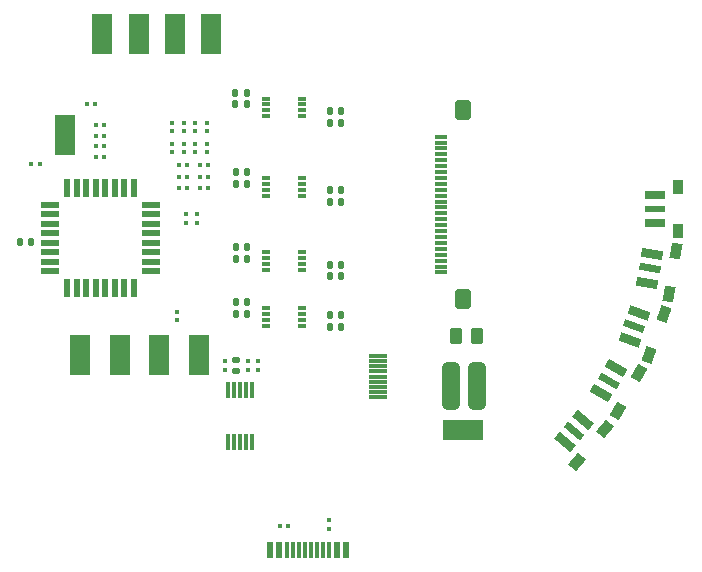
<source format=gtp>
%TF.GenerationSoftware,KiCad,Pcbnew,8.0.9-8.0.9-0~ubuntu20.04.1*%
%TF.CreationDate,2025-05-20T18:40:30+02:00*%
%TF.ProjectId,tobo,746f626f-2e6b-4696-9361-645f70636258,rev?*%
%TF.SameCoordinates,Original*%
%TF.FileFunction,Paste,Top*%
%TF.FilePolarity,Positive*%
%FSLAX46Y46*%
G04 Gerber Fmt 4.6, Leading zero omitted, Abs format (unit mm)*
G04 Created by KiCad (PCBNEW 8.0.9-8.0.9-0~ubuntu20.04.1) date 2025-05-20 18:40:30*
%MOMM*%
%LPD*%
G01*
G04 APERTURE LIST*
G04 Aperture macros list*
%AMRoundRect*
0 Rectangle with rounded corners*
0 $1 Rounding radius*
0 $2 $3 $4 $5 $6 $7 $8 $9 X,Y pos of 4 corners*
0 Add a 4 corners polygon primitive as box body*
4,1,4,$2,$3,$4,$5,$6,$7,$8,$9,$2,$3,0*
0 Add four circle primitives for the rounded corners*
1,1,$1+$1,$2,$3*
1,1,$1+$1,$4,$5*
1,1,$1+$1,$6,$7*
1,1,$1+$1,$8,$9*
0 Add four rect primitives between the rounded corners*
20,1,$1+$1,$2,$3,$4,$5,0*
20,1,$1+$1,$4,$5,$6,$7,0*
20,1,$1+$1,$6,$7,$8,$9,0*
20,1,$1+$1,$8,$9,$2,$3,0*%
%AMRotRect*
0 Rectangle, with rotation*
0 The origin of the aperture is its center*
0 $1 length*
0 $2 width*
0 $3 Rotation angle, in degrees counterclockwise*
0 Add horizontal line*
21,1,$1,$2,0,0,$3*%
G04 Aperture macros list end*
%ADD10RotRect,0.750000X1.800000X70.000000*%
%ADD11RotRect,0.600000X1.800000X70.000000*%
%ADD12RotRect,0.900000X1.300000X160.000000*%
%ADD13RoundRect,0.140000X0.140000X0.170000X-0.140000X0.170000X-0.140000X-0.170000X0.140000X-0.170000X0*%
%ADD14R,1.600000X0.550000*%
%ADD15R,0.550000X1.600000*%
%ADD16R,1.780000X3.430000*%
%ADD17RoundRect,0.079500X0.079500X0.100500X-0.079500X0.100500X-0.079500X-0.100500X0.079500X-0.100500X0*%
%ADD18RoundRect,0.079500X-0.079500X-0.100500X0.079500X-0.100500X0.079500X0.100500X-0.079500X0.100500X0*%
%ADD19RoundRect,0.140000X-0.140000X-0.170000X0.140000X-0.170000X0.140000X0.170000X-0.140000X0.170000X0*%
%ADD20RoundRect,0.079500X0.100500X-0.079500X0.100500X0.079500X-0.100500X0.079500X-0.100500X-0.079500X0*%
%ADD21RotRect,0.750000X1.800000X50.000000*%
%ADD22RotRect,0.600000X1.800000X50.000000*%
%ADD23RotRect,0.900000X1.300000X140.000000*%
%ADD24RoundRect,0.079500X-0.100500X0.079500X-0.100500X-0.079500X0.100500X-0.079500X0.100500X0.079500X0*%
%ADD25R,1.800000X0.750000*%
%ADD26R,1.800000X0.600000*%
%ADD27R,0.900000X1.300000*%
%ADD28R,0.600000X1.450000*%
%ADD29R,0.300000X1.450000*%
%ADD30R,0.300000X1.400000*%
%ADD31RoundRect,0.010000X-0.740000X0.090000X-0.740000X-0.090000X0.740000X-0.090000X0.740000X0.090000X0*%
%ADD32R,0.800000X0.300000*%
%ADD33RotRect,0.750000X1.800000X80.000000*%
%ADD34RotRect,0.600000X1.800000X80.000000*%
%ADD35RotRect,0.900000X1.300000X170.000000*%
%ADD36RoundRect,0.375000X0.375000X-1.625000X0.375000X1.625000X-0.375000X1.625000X-0.375000X-1.625000X0*%
%ADD37RoundRect,0.140000X0.170000X-0.140000X0.170000X0.140000X-0.170000X0.140000X-0.170000X-0.140000X0*%
%ADD38R,3.430000X1.780000*%
%ADD39RoundRect,0.250000X-0.262500X-0.450000X0.262500X-0.450000X0.262500X0.450000X-0.262500X0.450000X0*%
%ADD40RoundRect,0.030000X0.470000X-0.120000X0.470000X0.120000X-0.470000X0.120000X-0.470000X-0.120000X0*%
%ADD41RoundRect,0.130000X0.520000X-0.695000X0.520000X0.695000X-0.520000X0.695000X-0.520000X-0.695000X0*%
%ADD42RotRect,0.750000X1.800000X60.000000*%
%ADD43RotRect,0.600000X1.800000X60.000000*%
%ADD44RotRect,0.900000X1.300000X150.000000*%
G04 APERTURE END LIST*
D10*
%TO.C,S3*%
X168029311Y-98873505D03*
D11*
X167610337Y-100024629D03*
D10*
X167191362Y-101175752D03*
D12*
X168810000Y-102430000D03*
X170075474Y-98953137D03*
%TD*%
D13*
%TO.C,C1*%
X134792500Y-80250000D03*
X133832500Y-80250000D03*
%TD*%
D14*
%TO.C,U2*%
X118150000Y-89750000D03*
X118150000Y-90550000D03*
X118150000Y-91350000D03*
X118150000Y-92150000D03*
X118150000Y-92950000D03*
X118150000Y-93750000D03*
X118150000Y-94550000D03*
X118150000Y-95350000D03*
D15*
X119600000Y-96800000D03*
X120400000Y-96800000D03*
X121200000Y-96800000D03*
X122000000Y-96800000D03*
X122800000Y-96800000D03*
X123600000Y-96800000D03*
X124400000Y-96800000D03*
X125200000Y-96800000D03*
D14*
X126650000Y-95350000D03*
X126650000Y-94550000D03*
X126650000Y-93750000D03*
X126650000Y-92950000D03*
X126650000Y-92150000D03*
X126650000Y-91350000D03*
X126650000Y-90550000D03*
X126650000Y-89750000D03*
D15*
X125200000Y-88300000D03*
X124400000Y-88300000D03*
X123600000Y-88300000D03*
X122800000Y-88300000D03*
X122000000Y-88300000D03*
X121200000Y-88300000D03*
X120400000Y-88300000D03*
X119600000Y-88300000D03*
%TD*%
D16*
%TO.C,U9*%
X127366667Y-102500000D03*
%TD*%
D17*
%TO.C,R17*%
X138295000Y-116950000D03*
X137605000Y-116950000D03*
%TD*%
D18*
%TO.C,R9*%
X130799996Y-88349999D03*
X131489996Y-88349999D03*
%TD*%
D16*
%TO.C,U16*%
X131760000Y-75290000D03*
%TD*%
D13*
%TO.C,C15*%
X142760000Y-95800000D03*
X141800000Y-95800000D03*
%TD*%
D19*
%TO.C,C14*%
X141805000Y-99070000D03*
X142765000Y-99070000D03*
%TD*%
D13*
%TO.C,C6*%
X134797500Y-87000000D03*
X133837500Y-87000000D03*
%TD*%
D20*
%TO.C,D4*%
X130430000Y-83480000D03*
X130430000Y-82790000D03*
%TD*%
%TO.C,C22*%
X135700000Y-103700000D03*
X135700000Y-103010000D03*
%TD*%
D21*
%TO.C,S5*%
X163262785Y-107930978D03*
D22*
X162475371Y-108869382D03*
D21*
X161687956Y-109807787D03*
D23*
X162780000Y-111540000D03*
X165158314Y-108705636D03*
%TD*%
D18*
%TO.C,R4*%
X122010000Y-83900000D03*
X122700000Y-83900000D03*
%TD*%
D16*
%TO.C,U10*%
X130700000Y-102500000D03*
%TD*%
D18*
%TO.C,R10*%
X130799996Y-87369999D03*
X131489996Y-87369999D03*
%TD*%
D20*
%TO.C,R1*%
X129655000Y-91245000D03*
X129655000Y-90555000D03*
%TD*%
D18*
%TO.C,R5*%
X122010000Y-84800000D03*
X122700000Y-84800000D03*
%TD*%
D19*
%TO.C,C4*%
X141795000Y-81770000D03*
X142755000Y-81770000D03*
%TD*%
D24*
%TO.C,C19*%
X132920000Y-103010000D03*
X132920000Y-103700000D03*
%TD*%
D25*
%TO.C,S1*%
X169370000Y-88875000D03*
D26*
X169370000Y-90100000D03*
D25*
X169370000Y-91325000D03*
D27*
X171320000Y-91950000D03*
X171320000Y-88250000D03*
%TD*%
D18*
%TO.C,R13*%
X130799996Y-86389999D03*
X131489996Y-86389999D03*
%TD*%
D24*
%TO.C,R15*%
X131430000Y-84560000D03*
X131430000Y-85250000D03*
%TD*%
D16*
%TO.C,U7*%
X125633333Y-75290000D03*
%TD*%
D28*
%TO.C,J8*%
X136730000Y-118955000D03*
X137530000Y-118955000D03*
D29*
X138730000Y-118955000D03*
X139730000Y-118955000D03*
X140230000Y-118955000D03*
X141230000Y-118955000D03*
D28*
X142430000Y-118955000D03*
X143230000Y-118955000D03*
X143230000Y-118955000D03*
X142430000Y-118955000D03*
D29*
X141730000Y-118955000D03*
X140730000Y-118955000D03*
X139230000Y-118955000D03*
X138230000Y-118955000D03*
D28*
X137530000Y-118955000D03*
X136730000Y-118955000D03*
%TD*%
D24*
%TO.C,R11*%
X128430000Y-84560000D03*
X128430000Y-85250000D03*
%TD*%
%TO.C,R14*%
X129430000Y-84560000D03*
X129430000Y-85250000D03*
%TD*%
D17*
%TO.C,D2*%
X129764997Y-87369999D03*
X129074997Y-87369999D03*
%TD*%
D30*
%TO.C,U14*%
X133200000Y-109800000D03*
X133700000Y-109800000D03*
X134200000Y-109800000D03*
X134700000Y-109800000D03*
X135200000Y-109800000D03*
X135200000Y-105400000D03*
X134700000Y-105400000D03*
X134200000Y-105400000D03*
X133700000Y-105400000D03*
X133200000Y-105400000D03*
%TD*%
D20*
%TO.C,R16*%
X141735000Y-117155000D03*
X141735000Y-116465000D03*
%TD*%
D18*
%TO.C,R3*%
X122035000Y-83000000D03*
X122725000Y-83000000D03*
%TD*%
D16*
%TO.C,U11*%
X124033334Y-102500000D03*
%TD*%
%TO.C,U15*%
X119360000Y-83860000D03*
%TD*%
%TO.C,U12*%
X120700001Y-102500000D03*
%TD*%
D31*
%TO.C,J7*%
X145910000Y-102540000D03*
X145910000Y-102977500D03*
X145910000Y-103415000D03*
X145910000Y-103852500D03*
X145910000Y-104290000D03*
X145910000Y-104727500D03*
X145910000Y-105165000D03*
X145910000Y-105602500D03*
X145910000Y-106040000D03*
%TD*%
D19*
%TO.C,C13*%
X141800000Y-94800000D03*
X142760000Y-94800000D03*
%TD*%
D13*
%TO.C,C12*%
X134817500Y-98000000D03*
X133857500Y-98000000D03*
%TD*%
D17*
%TO.C,D5*%
X129764997Y-86389999D03*
X129074997Y-86389999D03*
%TD*%
D32*
%TO.C,U1*%
X136375000Y-80750000D03*
X136375000Y-81250000D03*
X136375000Y-81750000D03*
X136375000Y-82250000D03*
X139475000Y-82250000D03*
X139475000Y-81750000D03*
X139475000Y-81250000D03*
X139475000Y-80750000D03*
%TD*%
D20*
%TO.C,D6*%
X129430000Y-83480000D03*
X129430000Y-82790000D03*
%TD*%
%TO.C,D7*%
X131430000Y-83480000D03*
X131430000Y-82790000D03*
%TD*%
D33*
%TO.C,S2*%
X169123593Y-93913102D03*
D34*
X168910874Y-95119492D03*
D33*
X168698155Y-96325881D03*
D35*
X170510000Y-97280000D03*
X171152497Y-93636211D03*
%TD*%
D17*
%TO.C,D1*%
X129764997Y-88349999D03*
X129074997Y-88349999D03*
%TD*%
D36*
%TO.C,J2*%
X152070000Y-105050000D03*
X154320000Y-105050000D03*
%TD*%
D19*
%TO.C,C10*%
X133857500Y-99000000D03*
X134817500Y-99000000D03*
%TD*%
D13*
%TO.C,C11*%
X134797500Y-93300000D03*
X133837500Y-93300000D03*
%TD*%
D20*
%TO.C,C21*%
X134900000Y-103700000D03*
X134900000Y-103010000D03*
%TD*%
D37*
%TO.C,C20*%
X133900000Y-103835000D03*
X133900000Y-102875000D03*
%TD*%
D24*
%TO.C,R12*%
X130430000Y-84560000D03*
X130430000Y-85250000D03*
%TD*%
D38*
%TO.C,U13*%
X153120000Y-108850000D03*
%TD*%
D19*
%TO.C,C7*%
X141800000Y-88500000D03*
X142760000Y-88500000D03*
%TD*%
%TO.C,C9*%
X133837500Y-94300000D03*
X134797500Y-94300000D03*
%TD*%
D32*
%TO.C,U5*%
X136400000Y-98500000D03*
X136400000Y-99000000D03*
X136400000Y-99500000D03*
X136400000Y-100000000D03*
X139500000Y-100000000D03*
X139500000Y-99500000D03*
X139500000Y-99000000D03*
X139500000Y-98500000D03*
%TD*%
D20*
%TO.C,C18*%
X128850000Y-99535000D03*
X128850000Y-98845000D03*
%TD*%
D13*
%TO.C,C3*%
X142755000Y-82820000D03*
X141795000Y-82820000D03*
%TD*%
D19*
%TO.C,C2*%
X133832500Y-81250000D03*
X134792500Y-81250000D03*
%TD*%
D32*
%TO.C,U4*%
X136380000Y-93750000D03*
X136380000Y-94250000D03*
X136380000Y-94750000D03*
X136380000Y-95250000D03*
X139480000Y-95250000D03*
X139480000Y-94750000D03*
X139480000Y-94250000D03*
X139480000Y-93750000D03*
%TD*%
%TO.C,U3*%
X136380000Y-87500000D03*
X136380000Y-88000000D03*
X136380000Y-88500000D03*
X136380000Y-89000000D03*
X139480000Y-89000000D03*
X139480000Y-88500000D03*
X139480000Y-88000000D03*
X139480000Y-87500000D03*
%TD*%
D39*
%TO.C,R27*%
X152480000Y-100870000D03*
X154305000Y-100870000D03*
%TD*%
D16*
%TO.C,U8*%
X128696666Y-75290000D03*
%TD*%
D19*
%TO.C,C5*%
X133837500Y-88000000D03*
X134797500Y-88000000D03*
%TD*%
D18*
%TO.C,R7*%
X116555000Y-86280000D03*
X117245000Y-86280000D03*
%TD*%
D40*
%TO.C,J4*%
X151220000Y-95470000D03*
X151220000Y-94970000D03*
X151220000Y-94470000D03*
X151220000Y-93970000D03*
X151220000Y-93470000D03*
X151220000Y-92970000D03*
X151220000Y-92470000D03*
X151220000Y-91970000D03*
X151220000Y-91470000D03*
X151220000Y-90970000D03*
X151220000Y-90470000D03*
X151220000Y-89970000D03*
X151220000Y-89470000D03*
X151220000Y-88970000D03*
X151220000Y-88470000D03*
X151220000Y-87970000D03*
X151220000Y-87470000D03*
X151220000Y-86970000D03*
X151220000Y-86470000D03*
X151220000Y-85970000D03*
X151220000Y-85470000D03*
X151220000Y-84970000D03*
X151220000Y-84470000D03*
X151220000Y-83970000D03*
D41*
X153120000Y-97745000D03*
X153120000Y-81695000D03*
%TD*%
D20*
%TO.C,D3*%
X128430000Y-83480000D03*
X128430000Y-82790000D03*
%TD*%
D13*
%TO.C,C16*%
X142785000Y-100070000D03*
X141825000Y-100070000D03*
%TD*%
D16*
%TO.C,U6*%
X122570000Y-75290000D03*
%TD*%
D17*
%TO.C,R8*%
X121965000Y-81200000D03*
X121275000Y-81200000D03*
%TD*%
D20*
%TO.C,R2*%
X130555000Y-91245000D03*
X130555000Y-90555000D03*
%TD*%
D13*
%TO.C,C8*%
X142760000Y-89500000D03*
X141800000Y-89500000D03*
%TD*%
D18*
%TO.C,R6*%
X122010000Y-85700000D03*
X122700000Y-85700000D03*
%TD*%
D13*
%TO.C,C17*%
X116550000Y-92910000D03*
X115590000Y-92910000D03*
%TD*%
D42*
%TO.C,S4*%
X166028751Y-103571972D03*
D43*
X165416251Y-104632853D03*
D42*
X164803751Y-105693734D03*
D44*
X166180000Y-107210000D03*
X168030000Y-104005706D03*
%TD*%
M02*

</source>
